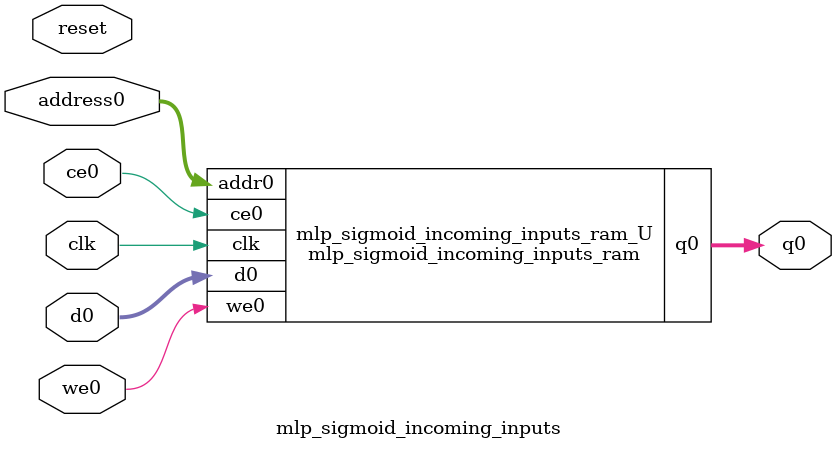
<source format=v>
`timescale 1 ns / 1 ps
module mlp_sigmoid_incoming_inputs_ram (addr0, ce0, d0, we0, q0,  clk);

parameter DWIDTH = 32;
parameter AWIDTH = 7;
parameter MEM_SIZE = 73;

input[AWIDTH-1:0] addr0;
input ce0;
input[DWIDTH-1:0] d0;
input we0;
output reg[DWIDTH-1:0] q0;
input clk;

reg [DWIDTH-1:0] ram[0:MEM_SIZE-1];




always @(posedge clk)  
begin 
    if (ce0) begin
        if (we0) 
            ram[addr0] <= d0; 
        q0 <= ram[addr0];
    end
end


endmodule

`timescale 1 ns / 1 ps
module mlp_sigmoid_incoming_inputs(
    reset,
    clk,
    address0,
    ce0,
    we0,
    d0,
    q0);

parameter DataWidth = 32'd32;
parameter AddressRange = 32'd73;
parameter AddressWidth = 32'd7;
input reset;
input clk;
input[AddressWidth - 1:0] address0;
input ce0;
input we0;
input[DataWidth - 1:0] d0;
output[DataWidth - 1:0] q0;



mlp_sigmoid_incoming_inputs_ram mlp_sigmoid_incoming_inputs_ram_U(
    .clk( clk ),
    .addr0( address0 ),
    .ce0( ce0 ),
    .we0( we0 ),
    .d0( d0 ),
    .q0( q0 ));

endmodule


</source>
